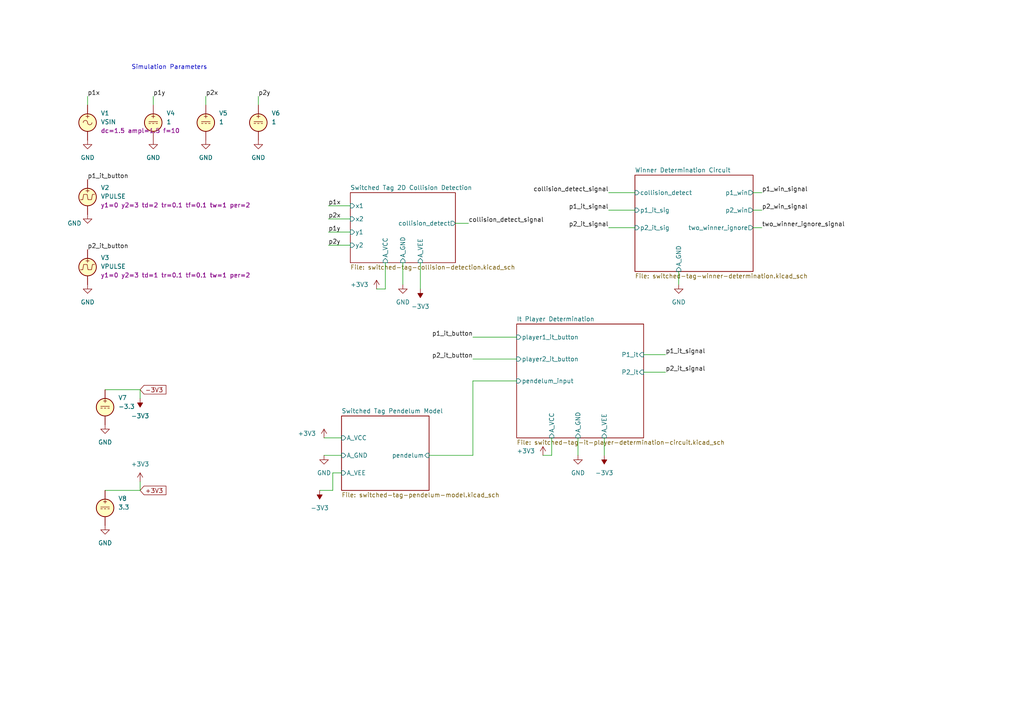
<source format=kicad_sch>
(kicad_sch (version 20211123) (generator eeschema)
  (paper "A4")
  (lib_symbols
    (symbol "Simulation_SPICE:VDC" (pin_numbers hide) (pin_names (offset 0.0254))
      (property "Reference" "V" (at 2.54 2.54 0))
      (property "Value" "VDC" (at 2.54 0 0))
      (property "Spice_Model" "dc(1)" (at 2.54 -2.54 0))
      (symbol "VDC_0_0"
        (polyline (pts (xy -1.27 0.254) (xy 1.27 0.254)))
        (polyline (pts (xy -0.762 -0.254) (xy -1.27 -0.254)))
        (polyline (pts (xy 0.254 -0.254) (xy -0.254 -0.254)))
        (polyline (pts (xy 1.27 -0.254) (xy 0.762 -0.254)))
        (text "+" (at 0 1.905 0) (effects (font (size 1.27 1.27))))
      )
      (symbol "VDC_0_1"
        (circle (center 0 0) (radius 2.54) (stroke (width 0.254)) (fill (type background)))
      )
      (symbol "VDC_1_1"
        (pin passive line (at 0 5.08 270) (length 2.54) (name "~") (number "1"))
        (pin passive line (at 0 -5.08 90) (length 2.54) (name "~") (number "2"))
      )
    )
    (symbol "Simulation_SPICE:VPULSE" (pin_numbers hide) (pin_names (offset 0.0254))
      (property "Reference" "V" (at 2.54 2.54 0))
      (property "Value" "VPULSE" (at 2.54 0 0))
      (property "Spice_Model" "pulse(0 1 2n 2n 2n 50n 100n)" (at 2.54 -2.54 0))
      (symbol "VPULSE_0_0"
        (polyline (pts (xy -2.032 -0.762) (xy -1.397 -0.762) (xy -1.143 0.762) (xy -0.127 0.762) (xy 0.127 -0.762) (xy 1.143 -0.762) (xy 1.397 0.762) (xy 2.032 0.762)))
        (text "+" (at 0 1.905 0) (effects (font (size 1.27 1.27))))
      )
      (symbol "VPULSE_0_1"
        (circle (center 0 0) (radius 2.54) (stroke (width 0.254)) (fill (type background)))
      )
      (symbol "VPULSE_1_1"
        (pin passive line (at 0 5.08 270) (length 2.54) (name "~") (number "1"))
        (pin passive line (at 0 -5.08 90) (length 2.54) (name "~") (number "2"))
      )
    )
    (symbol "Simulation_SPICE:VSIN" (pin_numbers hide) (pin_names (offset 0.0254))
      (property "Reference" "V" (at 2.54 2.54 0))
      (property "Value" "VSIN" (at 2.54 0 0))
      (property "Spice_Model" "sin(0 1 1k)" (at 2.54 -2.54 0))
      (symbol "VSIN_0_0"
        (arc (start 0 0) (mid -0.635 0.635) (end -1.27 0))
        (arc (start 0 0) (mid 0.635 -0.635) (end 1.27 0))
        (text "+" (at 0 1.905 0) (effects (font (size 1.27 1.27))))
      )
      (symbol "VSIN_0_1"
        (circle (center 0 0) (radius 2.54) (stroke (width 0.254)) (fill (type background)))
      )
      (symbol "VSIN_1_1"
        (pin passive line (at 0 5.08 270) (length 2.54) (name "~") (number "1"))
        (pin passive line (at 0 -5.08 90) (length 2.54) (name "~") (number "2"))
      )
    )
    (symbol "power:+3V3" (power) (pin_names (offset 0))
      (property "Value" "+3V3" (at 0 3.556 0))
      (symbol "+3V3_0_1"
        (polyline (pts (xy -0.762 1.27) (xy 0 2.54)))
        (polyline (pts (xy 0 0) (xy 0 2.54)))
        (polyline (pts (xy 0 2.54) (xy 0.762 1.27)))
      )
      (symbol "+3V3_1_1"
        (pin power_in line (at 0 0 90) (length 0) hide (name "+3V3") (number "1"))
      )
    )
    (symbol "power:-3V3" (power) (pin_names (offset 0))
      (property "Value" "-3V3" (at 0 3.81 0))
      (symbol "-3V3_0_0"
        (pin power_in line (at 0 0 90) (length 0) hide (name "-3V3") (number "1"))
      )
      (symbol "-3V3_0_1"
        (polyline (pts (xy 0 0) (xy 0 1.27) (xy 0.762 1.27) (xy 0 2.54) (xy -0.762 1.27) (xy 0 1.27)) (fill (type outline)))
      )
    )
    (symbol "power:GND" (power) (pin_names (offset 0))
      (property "Value" "GND" (at 0 -3.81 0))
      (symbol "GND_0_1"
        (polyline (pts (xy 0 0) (xy 0 -1.27) (xy 1.27 -1.27) (xy 0 -2.54) (xy -1.27 -1.27) (xy 0 -1.27)))
      )
      (symbol "GND_1_1"
        (pin power_in line (at 0 0 270) (length 0) hide (name "GND") (number "1"))
      )
    )
  )
  (wire (pts (xy 176.53 55.88) (xy 184.15 55.88)))
  (wire (pts (xy 218.44 60.96) (xy 220.98 60.96)))
  (wire (pts (xy 95.25 59.69) (xy 101.6 59.69)))
  (wire (pts (xy 218.44 55.88) (xy 220.98 55.88)))
  (wire (pts (xy 96.52 137.16) (xy 96.52 142.24)))
  (wire (pts (xy 95.25 63.5) (xy 101.6 63.5)))
  (wire (pts (xy 25.4 27.94) (xy 25.4 30.48)))
  (wire (pts (xy 96.52 142.24) (xy 92.71 142.24)))
  (wire (pts (xy 176.53 66.04) (xy 184.15 66.04)))
  (wire (pts (xy 132.08 64.77) (xy 135.89 64.77)))
  (wire (pts (xy 99.06 137.16) (xy 96.52 137.16)))
  (wire (pts (xy 109.22 83.82) (xy 111.76 83.82)))
  (wire (pts (xy 124.46 132.08) (xy 137.16 132.08)))
  (wire (pts (xy 137.16 132.08) (xy 137.16 110.49)))
  (wire (pts (xy 186.69 107.95) (xy 193.04 107.95)))
  (wire (pts (xy 175.26 127) (xy 175.26 132.08)))
  (wire (pts (xy 196.85 78.74) (xy 196.85 82.55)))
  (wire (pts (xy 218.44 66.04) (xy 220.98 66.04)))
  (wire (pts (xy 93.98 127) (xy 99.06 127)))
  (wire (pts (xy 186.69 102.87) (xy 193.04 102.87)))
  (wire (pts (xy 74.93 27.94) (xy 74.93 30.48)))
  (wire (pts (xy 59.69 27.94) (xy 59.69 30.48)))
  (wire (pts (xy 167.64 127) (xy 167.64 132.08)))
  (wire (pts (xy 30.48 113.03) (xy 40.64 113.03)))
  (wire (pts (xy 93.98 132.08) (xy 99.06 132.08)))
  (wire (pts (xy 40.64 115.57) (xy 40.64 113.03)))
  (wire (pts (xy 137.16 97.79) (xy 149.86 97.79)))
  (wire (pts (xy 40.64 139.7) (xy 40.64 142.24)))
  (wire (pts (xy 121.92 76.2) (xy 121.92 83.82)))
  (wire (pts (xy 137.16 110.49) (xy 149.86 110.49)))
  (wire (pts (xy 137.16 104.14) (xy 149.86 104.14)))
  (wire (pts (xy 157.48 132.08) (xy 160.02 132.08)))
  (wire (pts (xy 116.84 76.2) (xy 116.84 82.55)))
  (wire (pts (xy 111.76 83.82) (xy 111.76 76.2)))
  (wire (pts (xy 44.45 27.94) (xy 44.45 30.48)))
  (wire (pts (xy 160.02 132.08) (xy 160.02 127)))
  (wire (pts (xy 95.25 67.31) (xy 101.6 67.31)))
  (wire (pts (xy 95.25 71.12) (xy 101.6 71.12)))
  (wire (pts (xy 30.48 142.24) (xy 40.64 142.24)))
  (wire (pts (xy 176.53 60.96) (xy 184.15 60.96)))
  (text "Simulation Parameters" (at 38.1 20.32 0) (effects (font (size 1.27 1.27)) (justify left bottom)))
  (label "p1x" (at 95.25 59.69 0))
  (label "collision_detect_signal" (at 176.53 55.88 180))
  (label "p2x" (at 95.25 63.5 0))
  (label "p2_it_signal" (at 176.53 66.04 180))
  (label "p2y" (at 95.25 71.12 0))
  (label "p1y" (at 95.25 67.31 0))
  (label "collision_detect_signal" (at 135.89 64.77 0))
  (label "p1y" (at 44.45 27.94 0))
  (label "p2x" (at 59.69 27.94 0))
  (label "p1_it_button" (at 25.4 52.07 0))
  (label "p2_it_button" (at 137.16 104.14 180))
  (label "p1_win_signal" (at 220.98 55.88 0))
  (label "p2_it_button" (at 25.4 72.39 0))
  (label "two_winner_ignore_signal" (at 220.98 66.04 0))
  (label "p2_win_signal" (at 220.98 60.96 0))
  (label "p2y" (at 74.93 27.94 0))
  (label "p1_it_signal" (at 176.53 60.96 180))
  (label "p1_it_signal" (at 193.04 102.87 0))
  (label "p2_it_signal" (at 193.04 107.95 0))
  (label "p1_it_button" (at 137.16 97.79 180))
  (label "p1x" (at 25.4 27.94 0))
  (global_label "+3V3" (shape input) (at 40.64 142.24 0) (property "Intersheet References" "${INTERSHEET_REFS}" (effects hide)))
  (global_label "-3V3" (shape input) (at 40.64 113.03 0) (property "Intersheet References" "${INTERSHEET_REFS}" (effects hide)))
  (symbol (lib_id "power:GND") (at 25.4 40.64 0) (unit 1)
    (property "Reference" "#PWR01" (effects hide))
    (property "Value" "GND" (at 25.4 45.72 0))
  )
  (symbol (lib_id "power:GND") (at 167.64 132.08 0) (unit 1)
    (property "Reference" "#PWR016" (effects hide))
    (property "Value" "GND" (at 167.64 137.16 0))
  )
  (symbol (lib_id "power:GND") (at 30.48 152.4 0) (unit 1)
    (property "Reference" "#PWR021" (effects hide))
    (property "Value" "GND" (at 30.48 157.48 0))
  )
  (symbol (lib_id "power:+3V3") (at 40.64 139.7 0) (unit 1)
    (property "Reference" "#PWR06" (effects hide))
    (property "Value" "+3V3" (at 40.64 134.62 0))
  )
  (symbol (lib_id "Simulation_SPICE:VPULSE") (at 25.4 77.47 0) (unit 1)
    (property "Reference" "V3" (at 29.21 74.7401 0) (effects (justify left)))
    (property "Value" "VPULSE" (at 29.21 77.2801 0) (effects (justify left)))
    (property "Spice_Netlist_Enabled" "Y" (effects hide))
    (property "Spice_Primitive" "V" (effects hide))
    (property "Spice_Model" "pulse(0 3 1 0.1 0.1 1 2)" (at 29.21 79.8201 0) (effects (justify left)))
  )
  (symbol (lib_id "power:GND") (at 93.98 132.08 0) (unit 1)
    (property "Reference" "#PWR011" (effects hide))
    (property "Value" "GND" (at 93.98 137.16 0))
  )
  (symbol (lib_id "power:GND") (at 25.4 62.23 0) (unit 1)
    (property "Reference" "#PWR02" (effects hide))
    (property "Value" "GND" (at 21.59 64.77 0))
  )
  (symbol (lib_id "power:-3V3") (at 40.64 115.57 180) (unit 1)
    (property "Reference" "#PWR04" (effects hide))
    (property "Value" "-3V3" (at 40.64 120.65 0))
  )
  (symbol (lib_id "power:GND") (at 196.85 82.55 0) (unit 1)
    (property "Reference" "#PWR018" (effects hide))
    (property "Value" "GND" (at 196.85 87.63 0))
  )
  (symbol (lib_id "power:+3V3") (at 93.98 127 0) (unit 1)
    (property "Reference" "#PWR010" (effects hide))
    (property "Value" "+3V3" (at 86.36 125.73 0) (effects (justify left)))
  )
  (symbol (lib_id "Simulation_SPICE:VDC") (at 59.69 35.56 0) (unit 1)
    (property "Reference" "V5" (at 63.5 32.8301 0) (effects (justify left)))
    (property "Value" "VDC" (at 63.5 35.3701 0) (effects (justify left)))
    (property "Spice_Netlist_Enabled" "Y" (effects hide))
    (property "Spice_Primitive" "V" (effects hide))
    (property "Spice_Model" "dc(1)" (at 63.5 37.9101 0) (effects (justify left)))
  )
  (symbol (lib_id "Simulation_SPICE:VDC") (at 30.48 147.32 0) (unit 1)
    (property "Reference" "V8" (at 34.29 144.5901 0) (effects (justify left)))
    (property "Value" "VDC" (at 34.29 147.1301 0) (effects (justify left)))
    (property "Spice_Netlist_Enabled" "Y" (effects hide))
    (property "Spice_Primitive" "V" (effects hide))
    (property "Spice_Model" "dc(3.3)" (at 34.29 149.6701 0) (effects (justify left)))
  )
  (symbol (lib_id "power:GND") (at 116.84 82.55 0) (unit 1)
    (property "Reference" "#PWR013" (effects hide))
    (property "Value" "GND" (at 116.84 87.63 0))
  )
  (symbol (lib_id "power:-3V3") (at 92.71 142.24 180) (unit 1)
    (property "Reference" "#PWR09" (effects hide))
    (property "Value" "-3V3" (at 92.71 147.32 0))
  )
  (symbol (lib_id "Simulation_SPICE:VDC") (at 44.45 35.56 0) (unit 1)
    (property "Reference" "V4" (at 48.26 32.8301 0) (effects (justify left)))
    (property "Value" "VDC" (at 48.26 35.3701 0) (effects (justify left)))
    (property "Spice_Netlist_Enabled" "Y" (effects hide))
    (property "Spice_Primitive" "V" (effects hide))
    (property "Spice_Model" "dc(1)" (at 48.26 37.9101 0) (effects (justify left)))
  )
  (symbol (lib_id "power:GND") (at 59.69 40.64 0) (unit 1)
    (property "Reference" "#PWR07" (effects hide))
    (property "Value" "GND" (at 59.69 45.72 0))
  )
  (symbol (lib_id "power:GND") (at 25.4 82.55 0) (unit 1)
    (property "Reference" "#PWR03" (effects hide))
    (property "Value" "GND" (at 25.4 87.63 0))
  )
  (symbol (lib_id "power:GND") (at 44.45 40.64 0) (unit 1)
    (property "Reference" "#PWR05" (effects hide))
    (property "Value" "GND" (at 44.45 45.72 0))
  )
  (symbol (lib_id "power:-3V3") (at 121.92 83.82 180) (unit 1)
    (property "Reference" "#PWR014" (effects hide))
    (property "Value" "-3V3" (at 121.92 88.9 0))
  )
  (symbol (lib_id "power:GND") (at 74.93 40.64 0) (unit 1)
    (property "Reference" "#PWR08" (effects hide))
    (property "Value" "GND" (at 74.93 45.72 0))
  )
  (symbol (lib_id "Simulation_SPICE:VDC") (at 30.48 118.11 0) (unit 1)
    (property "Reference" "V7" (at 34.29 115.3801 0) (effects (justify left)))
    (property "Value" "VDC" (at 34.29 117.9201 0) (effects (justify left)))
    (property "Spice_Netlist_Enabled" "Y" (effects hide))
    (property "Spice_Primitive" "V" (effects hide))
    (property "Spice_Model" "dc(-3.3)" (at 34.29 120.4601 0) (effects (justify left)))
  )
  (symbol (lib_id "Simulation_SPICE:VDC") (at 74.93 35.56 0) (unit 1)
    (property "Reference" "V6" (at 78.74 32.8301 0) (effects (justify left)))
    (property "Value" "VDC" (at 78.74 35.3701 0) (effects (justify left)))
    (property "Spice_Netlist_Enabled" "Y" (effects hide))
    (property "Spice_Primitive" "V" (effects hide))
    (property "Spice_Model" "dc(1)" (at 78.74 37.9101 0) (effects (justify left)))
  )
  (symbol (lib_id "power:+3V3") (at 109.22 83.82 0) (unit 1)
    (property "Reference" "#PWR012" (effects hide))
    (property "Value" "+3V3" (at 101.6 82.55 0) (effects (justify left)))
  )
  (symbol (lib_id "Simulation_SPICE:VPULSE") (at 25.4 57.15 0) (unit 1)
    (property "Reference" "V2" (at 29.21 54.4201 0) (effects (justify left)))
    (property "Value" "VPULSE" (at 29.21 56.9601 0) (effects (justify left)))
    (property "Spice_Netlist_Enabled" "Y" (effects hide))
    (property "Spice_Primitive" "V" (effects hide))
    (property "Spice_Model" "pulse(0 3 2 0.1 0.1 1 2)" (at 29.21 59.5001 0) (effects (justify left)))
  )
  (symbol (lib_id "power:-3V3") (at 175.26 132.08 180) (unit 1)
    (property "Reference" "#PWR017" (effects hide))
    (property "Value" "-3V3" (at 175.26 137.16 0))
  )
  (symbol (lib_id "Simulation_SPICE:VSIN") (at 25.4 35.56 0) (unit 1)
    (property "Reference" "V1" (at 29.21 32.8301 0) (effects (justify left)))
    (property "Value" "VSIN" (at 29.21 35.3701 0) (effects (justify left)))
    (property "Spice_Netlist_Enabled" "Y" (effects hide))
    (property "Spice_Primitive" "V" (effects hide))
    (property "Spice_Model" "sin(1.5 1.5 10)" (at 29.21 37.9101 0) (effects (justify left)))
  )
  (symbol (lib_id "power:GND") (at 30.48 123.19 0) (unit 1)
    (property "Reference" "#PWR020" (effects hide))
    (property "Value" "GND" (at 30.48 128.27 0))
  )
  (symbol (lib_id "power:+3V3") (at 157.48 132.08 0) (unit 1)
    (property "Reference" "#PWR015" (effects hide))
    (property "Value" "+3V3" (at 149.86 130.81 0) (effects (justify left)))
  )
  (sheet (at 184.15 50.8) (size 34.29 27.94) (stroke (width 0.1524))
    (property "Sheet name" "Winner Determination Circuit" (at 184.15 50.0884 0) (effects (justify left bottom)))
    (property "Sheet file" "switched-tag-winner-determination.kicad_sch" (at 184.15 79.3246 0) (effects (justify left top)))
    (pin "collision_detect" input (at 184.15 55.88 180))
    (pin "p1_it_sig" input (at 184.15 60.96 180))
    (pin "p2_it_sig" input (at 184.15 66.04 180))
    (pin "p1_win" output (at 218.44 55.88 0))
    (pin "p2_win" output (at 218.44 60.96 0))
    (pin "two_winner_ignore" output (at 218.44 66.04 0))
    (pin "A_GND" input (at 196.85 78.74 270))
  )
  (sheet (at 99.06 120.65) (size 25.4 21.59) (stroke (width 0.1524))
    (property "Sheet name" "Switched Tag Pendelum Model" (at 99.06 119.9384 0) (effects (justify left bottom)))
    (property "Sheet file" "switched-tag-pendelum-model.kicad_sch" (at 99.06 142.8246 0) (effects (justify left top)))
    (pin "pendelum" input (at 124.46 132.08 0))
    (pin "A_GND" input (at 99.06 132.08 180))
    (pin "A_VEE" input (at 99.06 137.16 180))
    (pin "A_VCC" input (at 99.06 127 180))
  )
  (sheet (at 101.6 55.88) (size 30.48 20.32) (stroke (width 0.1524))
    (property "Sheet name" "Switched Tag 2D Collision Detection" (at 101.6 55.1684 0) (effects (justify left bottom)))
    (property "Sheet file" "switched-tag-collision-detection.kicad_sch" (at 101.6 76.7846 0) (effects (justify left top)))
    (pin "y2" input (at 101.6 71.12 180))
    (pin "y1" input (at 101.6 67.31 180))
    (pin "x2" input (at 101.6 63.5 180))
    (pin "x1" input (at 101.6 59.69 180))
    (pin "collision_detect" output (at 132.08 64.77 0))
    (pin "A_VCC" input (at 111.76 76.2 270))
    (pin "A_GND" input (at 116.84 76.2 270))
    (pin "A_VEE" input (at 121.92 76.2 270))
  )
  (sheet (at 149.86 93.98) (size 36.83 33.02) (stroke (width 0.1524))
    (property "Sheet name" "It Player Determination " (at 149.86 93.2684 0) (effects (justify left bottom)))
    (property "Sheet file" "switched-tag-it-player-determination-circuit.kicad_sch" (at 149.86 127.5846 0) (effects (justify left top)))
    (pin "player1_it_button" input (at 149.86 97.79 180))
    (pin "player2_it_button" input (at 149.86 104.14 180))
    (pin "pendelum_input" input (at 149.86 110.49 180))
    (pin "P2_it" input (at 186.69 107.95 0))
    (pin "P1_it" input (at 186.69 102.87 0))
    (pin "A_VCC" input (at 160.02 127 270))
    (pin "A_GND" input (at 167.64 127 270))
    (pin "A_VEE" input (at 175.26 127 270))
  )
)
</source>
